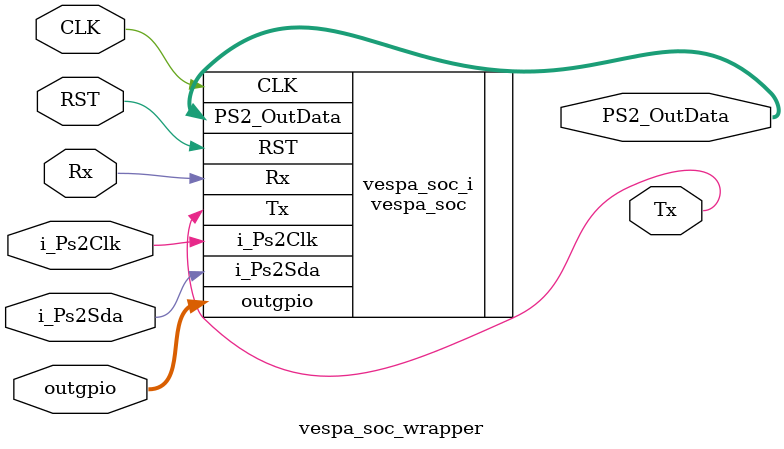
<source format=v>
`timescale 1 ps / 1 ps

module vespa_soc_wrapper
   (CLK,
    PS2_OutData,
    RST,
    Rx,
    Tx,
    i_Ps2Clk,
    i_Ps2Sda,
    outgpio);
  input CLK;
  output [3:0]PS2_OutData;
  input RST;
  input Rx;
  output Tx;
  input i_Ps2Clk;
  input i_Ps2Sda;
  inout [7:0]outgpio;

  wire CLK;
  wire [3:0]PS2_OutData;
  wire RST;
  wire Rx;
  wire Tx;
  wire i_Ps2Clk;
  wire i_Ps2Sda;
  wire [7:0]outgpio;

  vespa_soc vespa_soc_i
       (.CLK(CLK),
        .PS2_OutData(PS2_OutData),
        .RST(RST),
        .Rx(Rx),
        .Tx(Tx),
        .i_Ps2Clk(i_Ps2Clk),
        .i_Ps2Sda(i_Ps2Sda),
        .outgpio(outgpio));
endmodule

</source>
